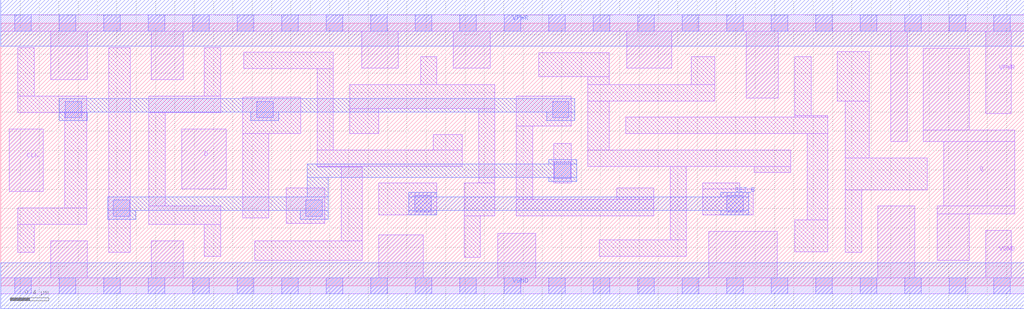
<source format=lef>
# Copyright 2020 The SkyWater PDK Authors
#
# Licensed under the Apache License, Version 2.0 (the "License");
# you may not use this file except in compliance with the License.
# You may obtain a copy of the License at
#
#     https://www.apache.org/licenses/LICENSE-2.0
#
# Unless required by applicable law or agreed to in writing, software
# distributed under the License is distributed on an "AS IS" BASIS,
# WITHOUT WARRANTIES OR CONDITIONS OF ANY KIND, either express or implied.
# See the License for the specific language governing permissions and
# limitations under the License.
#
# SPDX-License-Identifier: Apache-2.0

VERSION 5.7 ;
BUSBITCHARS "[]" ;
DIVIDERCHAR "/" ;
PROPERTYDEFINITIONS
  MACRO maskLayoutSubType STRING ;
  MACRO prCellType STRING ;
  MACRO originalViewName STRING ;
END PROPERTYDEFINITIONS
MACRO sky130_fd_sc_hdll__dfstp_2
  ORIGIN  0.000000  0.000000 ;
  CLASS CORE ;
  SYMMETRY X Y R90 ;
  SIZE  10.58000 BY  2.720000 ;
  SITE unithd ;
  PIN CLK
    ANTENNAGATEAREA  0.178200 ;
    DIRECTION INPUT ;
    USE SIGNAL ;
    PORT
      LAYER li1 ;
        RECT 0.090000 0.975000 0.440000 1.625000 ;
    END
  END CLK
  PIN D
    ANTENNAGATEAREA  0.247200 ;
    DIRECTION INPUT ;
    USE SIGNAL ;
    PORT
      LAYER li1 ;
        RECT 1.870000 1.005000 2.330000 1.625000 ;
    END
  END D
  PIN Q
    ANTENNADIFFAREA  0.530500 ;
    DIRECTION OUTPUT ;
    USE SIGNAL ;
    PORT
      LAYER li1 ;
        RECT 9.540000 1.495000 10.485000 1.615000 ;
        RECT 9.540000 1.615000 10.015000 2.460000 ;
        RECT 9.685000 0.265000 10.015000 0.745000 ;
        RECT 9.685000 0.745000 10.485000 0.825000 ;
        RECT 9.750000 0.825000 10.485000 1.495000 ;
    END
  END Q
  PIN SET_B
    DIRECTION INPUT ;
    USE SIGNAL ;
    PORT
      LAYER met1 ;
        RECT 4.220000 0.735000 4.510000 0.780000 ;
        RECT 4.220000 0.780000 7.735000 0.920000 ;
        RECT 4.220000 0.920000 4.510000 0.965000 ;
        RECT 7.445000 0.735000 7.735000 0.780000 ;
        RECT 7.445000 0.920000 7.735000 0.965000 ;
    END
  END SET_B
  PIN VGND
    DIRECTION INOUT ;
    USE SIGNAL ;
    PORT
      LAYER li1 ;
        RECT  0.000000 -0.085000 10.580000 0.085000 ;
        RECT  0.515000  0.085000  0.895000 0.465000 ;
        RECT  1.555000  0.085000  1.885000 0.465000 ;
        RECT  3.910000  0.085000  4.370000 0.525000 ;
        RECT  5.140000  0.085000  5.530000 0.545000 ;
        RECT  7.320000  0.085000  8.030000 0.565000 ;
        RECT  9.070000  0.085000  9.450000 0.825000 ;
        RECT 10.185000  0.085000 10.450000 0.575000 ;
      LAYER met1 ;
        RECT 0.000000 -0.240000 10.580000 0.240000 ;
    END
  END VGND
  PIN VPWR
    DIRECTION INOUT ;
    USE SIGNAL ;
    PORT
      LAYER li1 ;
        RECT  0.000000 2.635000 10.580000 2.805000 ;
        RECT  0.515000 2.135000  0.895000 2.635000 ;
        RECT  1.555000 2.135000  1.885000 2.635000 ;
        RECT  3.730000 2.255000  4.110000 2.635000 ;
        RECT  4.680000 2.255000  5.060000 2.635000 ;
        RECT  6.470000 2.255000  6.940000 2.635000 ;
        RECT  7.710000 1.945000  8.040000 2.635000 ;
        RECT  9.200000 1.495000  9.370000 2.635000 ;
        RECT 10.185000 1.785000 10.450000 2.635000 ;
      LAYER met1 ;
        RECT 0.000000 2.480000 10.580000 2.960000 ;
    END
  END VPWR
  OBS
    LAYER li1 ;
      RECT 0.175000 0.345000 0.345000 0.635000 ;
      RECT 0.175000 0.635000 0.890000 0.805000 ;
      RECT 0.175000 1.795000 0.890000 1.965000 ;
      RECT 0.175000 1.965000 0.345000 2.465000 ;
      RECT 0.660000 0.805000 0.890000 1.795000 ;
      RECT 1.115000 0.345000 1.340000 2.465000 ;
      RECT 1.530000 0.635000 2.275000 0.825000 ;
      RECT 1.530000 0.825000 1.700000 1.795000 ;
      RECT 1.530000 1.795000 2.275000 1.965000 ;
      RECT 2.105000 0.305000 2.275000 0.635000 ;
      RECT 2.105000 1.965000 2.275000 2.465000 ;
      RECT 2.500000 0.705000 2.770000 1.575000 ;
      RECT 2.500000 1.575000 3.100000 1.955000 ;
      RECT 2.510000 2.250000 3.440000 2.420000 ;
      RECT 2.625000 0.265000 3.740000 0.465000 ;
      RECT 2.950000 0.645000 3.350000 1.015000 ;
      RECT 3.270000 1.230000 3.740000 1.235000 ;
      RECT 3.270000 1.235000 4.770000 1.405000 ;
      RECT 3.270000 1.405000 3.440000 2.250000 ;
      RECT 3.520000 0.465000 3.740000 1.230000 ;
      RECT 3.610000 1.575000 3.910000 1.835000 ;
      RECT 3.610000 1.835000 5.110000 2.085000 ;
      RECT 3.910000 0.735000 4.510000 1.065000 ;
      RECT 4.340000 2.085000 4.510000 2.375000 ;
      RECT 4.470000 1.405000 4.770000 1.565000 ;
      RECT 4.790000 0.295000 4.960000 0.725000 ;
      RECT 4.790000 0.725000 5.110000 1.065000 ;
      RECT 4.940000 1.065000 5.110000 1.835000 ;
      RECT 5.330000 0.725000 6.750000 0.895000 ;
      RECT 5.330000 0.895000 5.500000 1.655000 ;
      RECT 5.330000 1.655000 5.900000 1.965000 ;
      RECT 5.560000 2.165000 6.290000 2.415000 ;
      RECT 5.720000 1.065000 5.900000 1.475000 ;
      RECT 6.070000 1.235000 8.170000 1.405000 ;
      RECT 6.070000 1.405000 6.290000 1.915000 ;
      RECT 6.070000 1.915000 7.380000 2.085000 ;
      RECT 6.070000 2.085000 6.290000 2.165000 ;
      RECT 6.190000 0.305000 7.090000 0.475000 ;
      RECT 6.370000 0.895000 6.750000 1.015000 ;
      RECT 6.460000 1.575000 8.550000 1.745000 ;
      RECT 6.920000 0.475000 7.090000 1.235000 ;
      RECT 7.140000 2.085000 7.380000 2.375000 ;
      RECT 7.260000 0.735000 7.780000 1.005000 ;
      RECT 7.260000 1.005000 7.640000 1.065000 ;
      RECT 7.790000 1.175000 8.170000 1.235000 ;
      RECT 8.210000 0.350000 8.550000 0.680000 ;
      RECT 8.210000 1.745000 8.550000 1.765000 ;
      RECT 8.210000 1.765000 8.380000 2.375000 ;
      RECT 8.340000 0.680000 8.550000 1.575000 ;
      RECT 8.650000 1.915000 8.980000 2.425000 ;
      RECT 8.730000 0.345000 8.900000 0.995000 ;
      RECT 8.730000 0.995000 9.580000 1.325000 ;
      RECT 8.730000 1.325000 8.980000 1.915000 ;
    LAYER mcon ;
      RECT  0.145000 -0.085000  0.315000 0.085000 ;
      RECT  0.145000  2.635000  0.315000 2.805000 ;
      RECT  0.605000 -0.085000  0.775000 0.085000 ;
      RECT  0.605000  2.635000  0.775000 2.805000 ;
      RECT  0.665000  1.740000  0.835000 1.910000 ;
      RECT  1.065000 -0.085000  1.235000 0.085000 ;
      RECT  1.065000  2.635000  1.235000 2.805000 ;
      RECT  1.165000  0.720000  1.335000 0.890000 ;
      RECT  1.525000 -0.085000  1.695000 0.085000 ;
      RECT  1.525000  2.635000  1.695000 2.805000 ;
      RECT  1.985000 -0.085000  2.155000 0.085000 ;
      RECT  1.985000  2.635000  2.155000 2.805000 ;
      RECT  2.445000 -0.085000  2.615000 0.085000 ;
      RECT  2.445000  2.635000  2.615000 2.805000 ;
      RECT  2.645000  1.740000  2.815000 1.910000 ;
      RECT  2.905000 -0.085000  3.075000 0.085000 ;
      RECT  2.905000  2.635000  3.075000 2.805000 ;
      RECT  3.155000  0.720000  3.325000 0.890000 ;
      RECT  3.365000 -0.085000  3.535000 0.085000 ;
      RECT  3.365000  2.635000  3.535000 2.805000 ;
      RECT  3.825000 -0.085000  3.995000 0.085000 ;
      RECT  3.825000  2.635000  3.995000 2.805000 ;
      RECT  4.280000  0.765000  4.450000 0.935000 ;
      RECT  4.285000 -0.085000  4.455000 0.085000 ;
      RECT  4.285000  2.635000  4.455000 2.805000 ;
      RECT  4.745000 -0.085000  4.915000 0.085000 ;
      RECT  4.745000  2.635000  4.915000 2.805000 ;
      RECT  5.205000 -0.085000  5.375000 0.085000 ;
      RECT  5.205000  2.635000  5.375000 2.805000 ;
      RECT  5.665000 -0.085000  5.835000 0.085000 ;
      RECT  5.665000  2.635000  5.835000 2.805000 ;
      RECT  5.705000  1.740000  5.875000 1.910000 ;
      RECT  5.725000  1.110000  5.895000 1.280000 ;
      RECT  6.125000 -0.085000  6.295000 0.085000 ;
      RECT  6.125000  2.635000  6.295000 2.805000 ;
      RECT  6.585000 -0.085000  6.755000 0.085000 ;
      RECT  6.585000  2.635000  6.755000 2.805000 ;
      RECT  7.045000 -0.085000  7.215000 0.085000 ;
      RECT  7.045000  2.635000  7.215000 2.805000 ;
      RECT  7.505000 -0.085000  7.675000 0.085000 ;
      RECT  7.505000  0.765000  7.675000 0.935000 ;
      RECT  7.505000  2.635000  7.675000 2.805000 ;
      RECT  7.965000 -0.085000  8.135000 0.085000 ;
      RECT  7.965000  2.635000  8.135000 2.805000 ;
      RECT  8.425000 -0.085000  8.595000 0.085000 ;
      RECT  8.425000  2.635000  8.595000 2.805000 ;
      RECT  8.885000 -0.085000  9.055000 0.085000 ;
      RECT  8.885000  2.635000  9.055000 2.805000 ;
      RECT  9.345000 -0.085000  9.515000 0.085000 ;
      RECT  9.345000  2.635000  9.515000 2.805000 ;
      RECT  9.805000 -0.085000  9.975000 0.085000 ;
      RECT  9.805000  2.635000  9.975000 2.805000 ;
      RECT 10.265000 -0.085000 10.435000 0.085000 ;
      RECT 10.265000  2.635000 10.435000 2.805000 ;
    LAYER met1 ;
      RECT 0.605000 1.710000 0.895000 1.800000 ;
      RECT 0.605000 1.800000 5.935000 1.940000 ;
      RECT 1.105000 0.690000 1.395000 0.780000 ;
      RECT 1.105000 0.780000 3.385000 0.920000 ;
      RECT 2.585000 1.710000 2.875000 1.800000 ;
      RECT 3.095000 0.690000 3.385000 0.780000 ;
      RECT 3.170000 0.920000 3.385000 1.120000 ;
      RECT 3.170000 1.120000 5.955000 1.260000 ;
      RECT 5.645000 1.710000 5.935000 1.800000 ;
      RECT 5.665000 1.080000 5.955000 1.120000 ;
      RECT 5.665000 1.260000 5.955000 1.310000 ;
  END
  PROPERTY maskLayoutSubType "abstract" ;
  PROPERTY prCellType "standard" ;
  PROPERTY originalViewName "layout" ;
END sky130_fd_sc_hdll__dfstp_2
END LIBRARY

</source>
